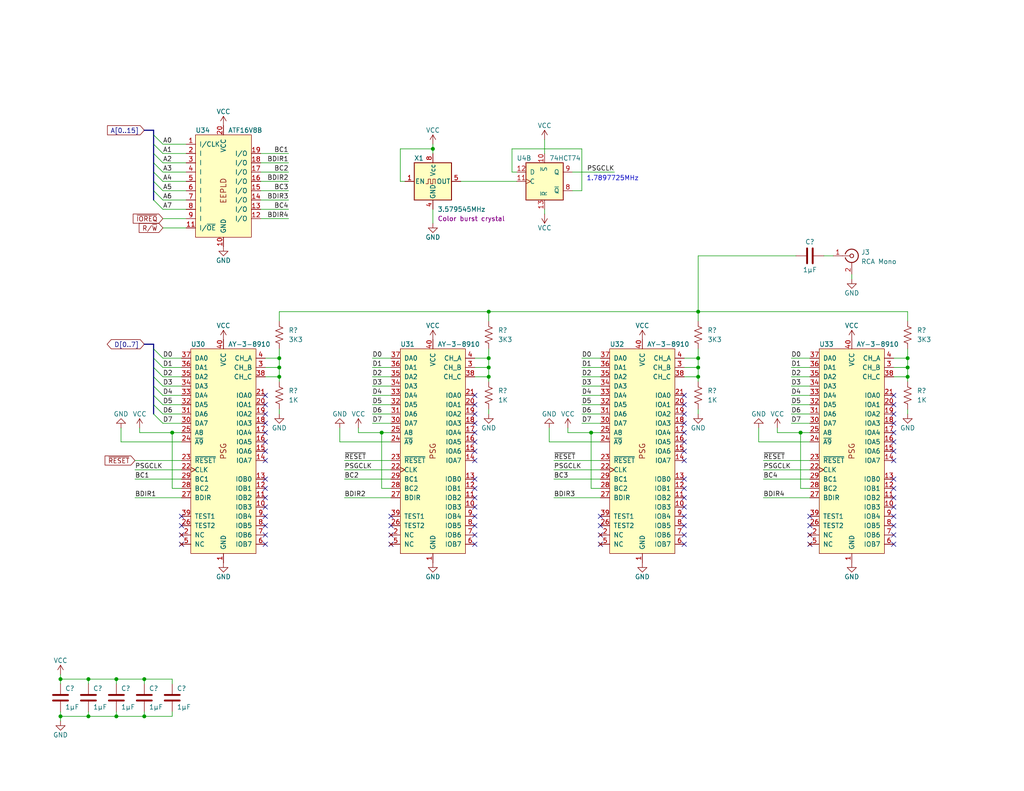
<source format=kicad_sch>
(kicad_sch (version 20230121) (generator eeschema)
  (paper "USLetter")
  (title_block (title "Programmable Sound Generator (PSG)") (date "2024-03-24") (rev "1.0") (company "Frédéric Segard") (comment 1 "MicroHobbyist's Retro Homebrew Computers") (comment 2 "microhobbyist.com"))
  (lib_symbols
    (symbol "0_Library:ATF16V8B" (pin_names (offset 1.016))
      (property "Reference" "U" (at -7.62 0 0))
      (property "Value" "ATF16V8B" (at 1.27 0 0))
      (symbol "ATF16V8B_0_0"
        (text "EEPLD" (at 0 -16.51 900) (effects (font (size 1.4986 1.4986))))
      )
      (symbol "ATF16V8B_0_1"
        (rectangle (start -7.62 -1.27) (end 7.62 -29.21) (fill (type background)))
      )
      (symbol "ATF16V8B_1_1"
        (pin input line (at -10.16 -3.81 0) (length 2.54) (name "I/CLK") (number "1"))
        (pin power_in line (at 0 -31.75 90) (length 2.54) (name "GND") (number "10"))
        (pin input line (at -10.16 -26.67 0) (length 2.54) (name "I/~{OE}") (number "11"))
        (pin bidirectional line (at 10.16 -24.13 180) (length 2.54) (name "I/O") (number "12"))
        (pin bidirectional line (at 10.16 -21.59 180) (length 2.54) (name "I/O") (number "13"))
        (pin bidirectional line (at 10.16 -19.05 180) (length 2.54) (name "I/O") (number "14"))
        (pin bidirectional line (at 10.16 -16.51 180) (length 2.54) (name "I/O") (number "15"))
        (pin bidirectional line (at 10.16 -13.97 180) (length 2.54) (name "I/O") (number "16"))
        (pin bidirectional line (at 10.16 -11.43 180) (length 2.54) (name "I/O") (number "17"))
        (pin bidirectional line (at 10.16 -8.89 180) (length 2.54) (name "I/O") (number "18"))
        (pin bidirectional line (at 10.16 -6.35 180) (length 2.54) (name "I/O") (number "19"))
        (pin input line (at -10.16 -6.35 0) (length 2.54) (name "I") (number "2"))
        (pin power_in line (at 0 1.27 270) (length 2.54) (name "VCC") (number "20"))
        (pin input line (at -10.16 -8.89 0) (length 2.54) (name "I") (number "3"))
        (pin input line (at -10.16 -11.43 0) (length 2.54) (name "I") (number "4"))
        (pin input line (at -10.16 -13.97 0) (length 2.54) (name "I") (number "5"))
        (pin input line (at -10.16 -16.51 0) (length 2.54) (name "I") (number "6"))
        (pin input line (at -10.16 -19.05 0) (length 2.54) (name "I") (number "7"))
        (pin input line (at -10.16 -21.59 0) (length 2.54) (name "I") (number "8"))
        (pin input line (at -10.16 -24.13 0) (length 2.54) (name "I") (number "9"))
      )
    )
    (symbol "0_Library:AY-3-8910" (pin_names (offset 1.016))
      (property "Reference" "U" (at 1.27 2.54 0))
      (property "Value" "AY-3-8910" (at 1.27 0 0))
      (symbol "AY-3-8910_0_0"
        (text "PSG" (at 0 -29.21 900) (effects (font (size 1.4986 1.4986))))
      )
      (symbol "AY-3-8910_0_1"
        (rectangle (start -8.89 -1.27) (end 8.89 -57.15) (fill (type background)))
      )
      (symbol "AY-3-8910_1_1"
        (pin power_in line (at 0 -59.69 90) (length 2.54) (name "GND") (number "1"))
        (pin bidirectional line (at 11.43 -44.45 180) (length 2.54) (name "IOB3") (number "10"))
        (pin bidirectional line (at 11.43 -41.91 180) (length 2.54) (name "IOB2") (number "11"))
        (pin bidirectional line (at 11.43 -39.37 180) (length 2.54) (name "IOB1") (number "12"))
        (pin bidirectional line (at 11.43 -36.83 180) (length 2.54) (name "IOB0") (number "13"))
        (pin bidirectional line (at 11.43 -31.75 180) (length 2.54) (name "IOA7") (number "14"))
        (pin bidirectional line (at 11.43 -29.21 180) (length 2.54) (name "IOA6") (number "15"))
        (pin bidirectional line (at 11.43 -26.67 180) (length 2.54) (name "IOA5") (number "16"))
        (pin bidirectional line (at 11.43 -24.13 180) (length 2.54) (name "IOA4") (number "17"))
        (pin bidirectional line (at 11.43 -21.59 180) (length 2.54) (name "IOA3") (number "18"))
        (pin bidirectional line (at 11.43 -19.05 180) (length 2.54) (name "IOA2") (number "19"))
        (pin no_connect line (at -11.43 -52.07 0) (length 2.54) (name "NC") (number "2"))
        (pin bidirectional line (at 11.43 -16.51 180) (length 2.54) (name "IOA1") (number "20"))
        (pin bidirectional line (at 11.43 -13.97 180) (length 2.54) (name "IOA0") (number "21"))
        (pin input clock (at -11.43 -34.29 0) (length 2.54) (name "CLK") (number "22"))
        (pin input line (at -11.43 -31.75 0) (length 2.54) (name "~{RESET}") (number "23"))
        (pin input line (at -11.43 -26.67 0) (length 2.54) (name "~{A9}") (number "24"))
        (pin input line (at -11.43 -24.13 0) (length 2.54) (name "A8") (number "25"))
        (pin unspecified line (at -11.43 -49.53 0) (length 2.54) (name "TEST2") (number "26"))
        (pin input line (at -11.43 -41.91 0) (length 2.54) (name "BDIR") (number "27"))
        (pin input line (at -11.43 -39.37 0) (length 2.54) (name "BC2") (number "28"))
        (pin input line (at -11.43 -36.83 0) (length 2.54) (name "BC1") (number "29"))
        (pin passive line (at 11.43 -6.35 180) (length 2.54) (name "CH_B") (number "3"))
        (pin bidirectional line (at -11.43 -21.59 0) (length 2.54) (name "DA7") (number "30"))
        (pin bidirectional line (at -11.43 -19.05 0) (length 2.54) (name "DA6") (number "31"))
        (pin bidirectional line (at -11.43 -16.51 0) (length 2.54) (name "DA5") (number "32"))
        (pin bidirectional line (at -11.43 -13.97 0) (length 2.54) (name "DA4") (number "33"))
        (pin bidirectional line (at -11.43 -11.43 0) (length 2.54) (name "DA3") (number "34"))
        (pin bidirectional line (at -11.43 -8.89 0) (length 2.54) (name "DA2") (number "35"))
        (pin bidirectional line (at -11.43 -6.35 0) (length 2.54) (name "DA1") (number "36"))
        (pin bidirectional line (at -11.43 -3.81 0) (length 2.54) (name "DA0") (number "37"))
        (pin passive line (at 11.43 -8.89 180) (length 2.54) (name "CH_C") (number "38"))
        (pin unspecified line (at -11.43 -46.99 0) (length 2.54) (name "TEST1") (number "39"))
        (pin passive line (at 11.43 -3.81 180) (length 2.54) (name "CH_A") (number "4"))
        (pin power_in line (at 0 1.27 270) (length 2.54) (name "VCC") (number "40"))
        (pin no_connect line (at -11.43 -54.61 0) (length 2.54) (name "NC") (number "5"))
        (pin bidirectional line (at 11.43 -54.61 180) (length 2.54) (name "IOB7") (number "6"))
        (pin bidirectional line (at 11.43 -52.07 180) (length 2.54) (name "IOB6") (number "7"))
        (pin bidirectional line (at 11.43 -49.53 180) (length 2.54) (name "IOB5") (number "8"))
        (pin bidirectional line (at 11.43 -46.99 180) (length 2.54) (name "IOB4") (number "9"))
      )
    )
    (symbol "74xx:74HC74" (pin_names (offset 1.016))
      (property "Reference" "U" (at -7.62 8.89 0))
      (property "Value" "74HC74" (at -7.62 -8.89 0))
      (symbol "74HC74_1_0"
        (pin input line (at 0 -7.62 90) (length 2.54) (name "~{R}") (number "1"))
        (pin input line (at -7.62 2.54 0) (length 2.54) (name "D") (number "2"))
        (pin input clock (at -7.62 0 0) (length 2.54) (name "C") (number "3"))
        (pin input line (at 0 7.62 270) (length 2.54) (name "~{S}") (number "4"))
        (pin output line (at 7.62 2.54 180) (length 2.54) (name "Q") (number "5"))
        (pin output line (at 7.62 -2.54 180) (length 2.54) (name "~{Q}") (number "6"))
      )
      (symbol "74HC74_1_1"
        (rectangle (start -5.08 5.08) (end 5.08 -5.08) (stroke (width 0.254)) (fill (type background)))
      )
      (symbol "74HC74_2_0"
        (pin input line (at 0 7.62 270) (length 2.54) (name "~{S}") (number "10"))
        (pin input clock (at -7.62 0 0) (length 2.54) (name "C") (number "11"))
        (pin input line (at -7.62 2.54 0) (length 2.54) (name "D") (number "12"))
        (pin input line (at 0 -7.62 90) (length 2.54) (name "~{R}") (number "13"))
        (pin output line (at 7.62 -2.54 180) (length 2.54) (name "~{Q}") (number "8"))
        (pin output line (at 7.62 2.54 180) (length 2.54) (name "Q") (number "9"))
      )
      (symbol "74HC74_2_1"
        (rectangle (start -5.08 5.08) (end 5.08 -5.08) (stroke (width 0.254)) (fill (type background)))
      )
      (symbol "74HC74_3_0"
        (pin power_in line (at 0 10.16 270) (length 2.54) (name "VCC") (number "14"))
        (pin power_in line (at 0 -10.16 90) (length 2.54) (name "GND") (number "7"))
      )
      (symbol "74HC74_3_1"
        (rectangle (start -5.08 7.62) (end 5.08 -7.62) (stroke (width 0.254)) (fill (type background)))
      )
    )
    (symbol "Connector:Conn_Coaxial" (pin_names (offset 1.016) hide)
      (property "Reference" "J" (at 0.254 3.048 0))
      (property "Value" "Conn_Coaxial" (at 2.921 0 90))
      (symbol "Conn_Coaxial_0_1"
        (arc (start -1.778 -0.508) (mid 0.2311 -1.8066) (end 1.778 0) (stroke (width 0.254)))
        (polyline (pts (xy -2.54 0) (xy -0.508 0)))
        (polyline (pts (xy 0 -2.54) (xy 0 -1.778)))
        (circle (center 0 0) (radius 0.508) (stroke (width 0.2032)))
        (arc (start 1.778 0) (mid 0.2099 1.8101) (end -1.778 0.508) (stroke (width 0.254)))
      )
      (symbol "Conn_Coaxial_1_1"
        (pin passive line (at -5.08 0 0) (length 2.54) (name "In") (number "1"))
        (pin passive line (at 0 -5.08 90) (length 2.54) (name "Ext") (number "2"))
      )
    )
    (symbol "Device:C" (pin_numbers hide) (pin_names (offset 0.254))
      (property "Reference" "C" (at 0.635 2.54 0))
      (property "Value" "C" (at 0.635 -2.54 0))
      (symbol "C_0_1"
        (polyline (pts (xy -2.032 -0.762) (xy 2.032 -0.762)) (stroke (width 0.508)))
        (polyline (pts (xy -2.032 0.762) (xy 2.032 0.762)) (stroke (width 0.508)))
      )
      (symbol "C_1_1"
        (pin passive line (at 0 3.81 270) (length 2.794) (name "~") (number "1"))
        (pin passive line (at 0 -3.81 90) (length 2.794) (name "~") (number "2"))
      )
    )
    (symbol "Device:R_US" (pin_numbers hide) (pin_names (offset 0))
      (property "Reference" "R" (at 2.54 0 90))
      (property "Value" "R_US" (at -2.54 0 90))
      (symbol "R_US_0_1"
        (polyline (pts (xy 0 -2.286) (xy 0 -2.54)))
        (polyline (pts (xy 0 2.286) (xy 0 2.54)))
        (polyline (pts (xy 0 -0.762) (xy 1.016 -1.143) (xy 0 -1.524) (xy -1.016 -1.905) (xy 0 -2.286)))
        (polyline (pts (xy 0 0.762) (xy 1.016 0.381) (xy 0 0) (xy -1.016 -0.381) (xy 0 -0.762)))
        (polyline (pts (xy 0 2.286) (xy 1.016 1.905) (xy 0 1.524) (xy -1.016 1.143) (xy 0 0.762)))
      )
      (symbol "R_US_1_1"
        (pin passive line (at 0 3.81 270) (length 1.27) (name "~") (number "1"))
        (pin passive line (at 0 -3.81 90) (length 1.27) (name "~") (number "2"))
      )
    )
    (symbol "Oscillator:CXO_DIP8" (pin_names (offset 0.254))
      (property "Reference" "X" (at -5.08 6.35 0))
      (property "Value" "CXO_DIP8" (at 1.27 -6.35 0))
      (symbol "CXO_DIP8_0_1"
        (rectangle (start -5.08 5.08) (end 5.08 -5.08) (stroke (width 0.254)) (fill (type background)))
        (polyline (pts (xy -1.905 -0.635) (xy -1.27 -0.635) (xy -1.27 0.635) (xy -0.635 0.635) (xy -0.635 -0.635) (xy 0 -0.635) (xy 0 0.635) (xy 0.635 0.635) (xy 0.635 -0.635)))
      )
      (symbol "CXO_DIP8_1_1"
        (pin input line (at -7.62 0 0) (length 2.54) (name "EN") (number "1"))
        (pin power_in line (at 0 -7.62 90) (length 2.54) (name "GND") (number "4"))
        (pin output line (at 7.62 0 180) (length 2.54) (name "OUT") (number "5"))
        (pin power_in line (at 0 7.62 270) (length 2.54) (name "Vcc") (number "8"))
      )
    )
    (symbol "power:GND" (power) (pin_names (offset 0))
      (property "Value" "GND" (at 0 -3.81 0))
      (symbol "GND_0_1"
        (polyline (pts (xy 0 0) (xy 0 -1.27) (xy 1.27 -1.27) (xy 0 -2.54) (xy -1.27 -1.27) (xy 0 -1.27)))
      )
      (symbol "GND_1_1"
        (pin power_in line (at 0 0 270) (length 0) hide (name "GND") (number "1"))
      )
    )
    (symbol "power:VCC" (power) (pin_names (offset 0))
      (property "Value" "VCC" (at 0 3.81 0))
      (symbol "VCC_0_1"
        (polyline (pts (xy -0.762 1.27) (xy 0 2.54)))
        (polyline (pts (xy 0 0) (xy 0 2.54)))
        (polyline (pts (xy 0 2.54) (xy 0.762 1.27)))
      )
      (symbol "VCC_1_1"
        (pin power_in line (at 0 0 90) (length 0) hide (name "VCC") (number "1"))
      )
    )
  )
  (junction (at 133.35 102.87))
  (junction (at 31.75 185.42))
  (junction (at 76.2 102.87))
  (junction (at 104.14 118.11))
  (junction (at 133.35 97.79))
  (junction (at 133.35 100.33))
  (junction (at 76.2 97.79))
  (junction (at 133.35 85.09))
  (junction (at 39.37 185.42))
  (junction (at 31.75 195.58))
  (junction (at 16.51 185.42))
  (junction (at 190.5 100.33))
  (junction (at 161.29 118.11))
  (junction (at 24.13 185.42))
  (junction (at 247.65 102.87))
  (junction (at 190.5 97.79))
  (junction (at 39.37 195.58))
  (junction (at 247.65 97.79))
  (junction (at 190.5 85.09))
  (junction (at 24.13 195.58))
  (junction (at 76.2 100.33))
  (junction (at 247.65 100.33))
  (junction (at 118.11 40.64))
  (junction (at 190.5 102.87))
  (junction (at 46.99 118.11))
  (junction (at 16.51 195.58))
  (junction (at 218.44 118.11))
  (no_connect (at 220.98 140.97))
  (no_connect (at 243.84 123.19))
  (no_connect (at 49.53 140.97))
  (no_connect (at 243.84 118.11))
  (no_connect (at 72.39 130.81))
  (no_connect (at 186.69 125.73))
  (no_connect (at 106.68 143.51))
  (no_connect (at 129.54 123.19))
  (no_connect (at 186.69 110.49))
  (no_connect (at 186.69 148.59))
  (no_connect (at 129.54 143.51))
  (no_connect (at 186.69 146.05))
  (no_connect (at 163.83 146.05))
  (no_connect (at 163.83 140.97))
  (no_connect (at 186.69 130.81))
  (no_connect (at 49.53 148.59))
  (no_connect (at 129.54 107.95))
  (no_connect (at 72.39 135.89))
  (no_connect (at 186.69 133.35))
  (no_connect (at 186.69 138.43))
  (no_connect (at 72.39 138.43))
  (no_connect (at 243.84 120.65))
  (no_connect (at 106.68 140.97))
  (no_connect (at 186.69 118.11))
  (no_connect (at 72.39 125.73))
  (no_connect (at 129.54 130.81))
  (no_connect (at 163.83 148.59))
  (no_connect (at 243.84 113.03))
  (no_connect (at 243.84 135.89))
  (no_connect (at 243.84 148.59))
  (no_connect (at 163.83 143.51))
  (no_connect (at 49.53 143.51))
  (no_connect (at 72.39 140.97))
  (no_connect (at 186.69 120.65))
  (no_connect (at 129.54 125.73))
  (no_connect (at 49.53 146.05))
  (no_connect (at 243.84 130.81))
  (no_connect (at 243.84 143.51))
  (no_connect (at 243.84 146.05))
  (no_connect (at 186.69 123.19))
  (no_connect (at 129.54 115.57))
  (no_connect (at 186.69 143.51))
  (no_connect (at 129.54 133.35))
  (no_connect (at 186.69 135.89))
  (no_connect (at 186.69 107.95))
  (no_connect (at 129.54 118.11))
  (no_connect (at 72.39 113.03))
  (no_connect (at 186.69 115.57))
  (no_connect (at 220.98 143.51))
  (no_connect (at 106.68 146.05))
  (no_connect (at 186.69 140.97))
  (no_connect (at 220.98 146.05))
  (no_connect (at 243.84 140.97))
  (no_connect (at 129.54 113.03))
  (no_connect (at 72.39 107.95))
  (no_connect (at 72.39 143.51))
  (no_connect (at 129.54 148.59))
  (no_connect (at 72.39 148.59))
  (no_connect (at 243.84 133.35))
  (no_connect (at 72.39 123.19))
  (no_connect (at 243.84 107.95))
  (no_connect (at 243.84 115.57))
  (no_connect (at 129.54 138.43))
  (no_connect (at 129.54 135.89))
  (no_connect (at 106.68 148.59))
  (no_connect (at 72.39 146.05))
  (no_connect (at 129.54 120.65))
  (no_connect (at 72.39 120.65))
  (no_connect (at 243.84 138.43))
  (no_connect (at 186.69 113.03))
  (no_connect (at 220.98 148.59))
  (no_connect (at 72.39 118.11))
  (no_connect (at 129.54 110.49))
  (no_connect (at 72.39 115.57))
  (no_connect (at 72.39 110.49))
  (no_connect (at 129.54 146.05))
  (no_connect (at 243.84 125.73))
  (no_connect (at 129.54 140.97))
  (no_connect (at 243.84 110.49))
  (no_connect (at 72.39 133.35))
  (bus_entry (at 41.91 110.49) (size 2.54 2.54))
  (bus_entry (at 41.91 107.95) (size 2.54 2.54))
  (bus_entry (at 41.91 49.53) (size 2.54 2.54))
  (bus_entry (at 41.91 52.07) (size 2.54 2.54))
  (bus_entry (at 41.91 97.79) (size 2.54 2.54))
  (bus_entry (at 41.91 46.99) (size 2.54 2.54))
  (bus_entry (at 41.91 102.87) (size 2.54 2.54))
  (bus_entry (at 41.91 105.41) (size 2.54 2.54))
  (bus_entry (at 41.91 39.37) (size 2.54 2.54))
  (bus_entry (at 41.91 100.33) (size 2.54 2.54))
  (bus_entry (at 41.91 113.03) (size 2.54 2.54))
  (bus_entry (at 41.91 44.45) (size 2.54 2.54))
  (bus_entry (at 41.91 95.25) (size 2.54 2.54))
  (bus_entry (at 41.91 41.91) (size 2.54 2.54))
  (bus_entry (at 41.91 36.83) (size 2.54 2.54))
  (bus_entry (at 41.91 54.61) (size 2.54 2.54))
  (wire (pts (xy 247.65 102.87) (xy 247.65 100.33)))
  (wire (pts (xy 71.12 46.99) (xy 78.74 46.99)))
  (wire (pts (xy 186.69 102.87) (xy 190.5 102.87)))
  (wire (pts (xy 129.54 97.79) (xy 133.35 97.79)))
  (wire (pts (xy 101.6 110.49) (xy 106.68 110.49)))
  (wire (pts (xy 158.75 110.49) (xy 163.83 110.49)))
  (wire (pts (xy 104.14 133.35) (xy 106.68 133.35)))
  (wire (pts (xy 224.79 69.85) (xy 227.33 69.85)))
  (wire (pts (xy 76.2 111.76) (xy 76.2 113.03)))
  (wire (pts (xy 129.54 100.33) (xy 133.35 100.33)))
  (wire (pts (xy 71.12 49.53) (xy 78.74 49.53)))
  (wire (pts (xy 44.45 57.15) (xy 50.8 57.15)))
  (wire (pts (xy 31.75 185.42) (xy 24.13 185.42)))
  (wire (pts (xy 36.83 128.27) (xy 49.53 128.27)))
  (wire (pts (xy 39.37 194.31) (xy 39.37 195.58)))
  (wire (pts (xy 109.22 40.64) (xy 118.11 40.64)))
  (wire (pts (xy 44.45 105.41) (xy 49.53 105.41)))
  (wire (pts (xy 190.5 85.09) (xy 133.35 85.09)))
  (wire (pts (xy 44.45 102.87) (xy 49.53 102.87)))
  (wire (pts (xy 71.12 54.61) (xy 78.74 54.61)))
  (wire (pts (xy 215.9 97.79) (xy 220.98 97.79)))
  (wire (pts (xy 110.49 49.53) (xy 109.22 49.53)))
  (wire (pts (xy 151.13 128.27) (xy 163.83 128.27)))
  (bus (pts (xy 41.91 105.41) (xy 41.91 102.87)))
  (wire (pts (xy 36.83 125.73) (xy 49.53 125.73)))
  (wire (pts (xy 72.39 100.33) (xy 76.2 100.33)))
  (bus (pts (xy 41.91 102.87) (xy 41.91 100.33)))
  (bus (pts (xy 41.91 46.99) (xy 41.91 44.45)))
  (wire (pts (xy 156.21 46.99) (xy 167.64 46.99)))
  (bus (pts (xy 41.91 113.03) (xy 41.91 110.49)))
  (wire (pts (xy 158.75 40.64) (xy 139.7 40.64)))
  (wire (pts (xy 158.75 107.95) (xy 163.83 107.95)))
  (wire (pts (xy 215.9 110.49) (xy 220.98 110.49)))
  (wire (pts (xy 208.28 128.27) (xy 220.98 128.27)))
  (wire (pts (xy 186.69 100.33) (xy 190.5 100.33)))
  (wire (pts (xy 215.9 115.57) (xy 220.98 115.57)))
  (wire (pts (xy 31.75 195.58) (xy 24.13 195.58)))
  (wire (pts (xy 76.2 102.87) (xy 76.2 100.33)))
  (wire (pts (xy 16.51 184.15) (xy 16.51 185.42)))
  (wire (pts (xy 104.14 118.11) (xy 97.79 118.11)))
  (wire (pts (xy 93.98 135.89) (xy 106.68 135.89)))
  (wire (pts (xy 247.65 100.33) (xy 247.65 97.79)))
  (wire (pts (xy 71.12 57.15) (xy 78.74 57.15)))
  (wire (pts (xy 149.86 116.84) (xy 149.86 120.65)))
  (bus (pts (xy 41.91 107.95) (xy 41.91 105.41)))
  (wire (pts (xy 220.98 118.11) (xy 218.44 118.11)))
  (wire (pts (xy 158.75 97.79) (xy 163.83 97.79)))
  (wire (pts (xy 46.99 118.11) (xy 46.99 133.35)))
  (wire (pts (xy 76.2 85.09) (xy 133.35 85.09)))
  (wire (pts (xy 158.75 105.41) (xy 163.83 105.41)))
  (wire (pts (xy 190.5 95.25) (xy 190.5 97.79)))
  (wire (pts (xy 215.9 107.95) (xy 220.98 107.95)))
  (wire (pts (xy 71.12 41.91) (xy 78.74 41.91)))
  (wire (pts (xy 215.9 100.33) (xy 220.98 100.33)))
  (wire (pts (xy 151.13 130.81) (xy 163.83 130.81)))
  (wire (pts (xy 39.37 185.42) (xy 31.75 185.42)))
  (wire (pts (xy 158.75 52.07) (xy 158.75 40.64)))
  (wire (pts (xy 93.98 128.27) (xy 106.68 128.27)))
  (wire (pts (xy 133.35 102.87) (xy 133.35 104.14)))
  (wire (pts (xy 44.45 115.57) (xy 49.53 115.57)))
  (wire (pts (xy 243.84 100.33) (xy 247.65 100.33)))
  (wire (pts (xy 190.5 102.87) (xy 190.5 104.14)))
  (wire (pts (xy 186.69 97.79) (xy 190.5 97.79)))
  (wire (pts (xy 109.22 49.53) (xy 109.22 40.64)))
  (wire (pts (xy 71.12 52.07) (xy 78.74 52.07)))
  (wire (pts (xy 243.84 97.79) (xy 247.65 97.79)))
  (wire (pts (xy 190.5 87.63) (xy 190.5 85.09)))
  (wire (pts (xy 101.6 102.87) (xy 106.68 102.87)))
  (wire (pts (xy 46.99 195.58) (xy 39.37 195.58)))
  (wire (pts (xy 247.65 102.87) (xy 247.65 104.14)))
  (wire (pts (xy 148.59 38.1) (xy 148.59 41.91)))
  (wire (pts (xy 218.44 118.11) (xy 212.09 118.11)))
  (wire (pts (xy 76.2 87.63) (xy 76.2 85.09)))
  (wire (pts (xy 101.6 97.79) (xy 106.68 97.79)))
  (wire (pts (xy 158.75 102.87) (xy 163.83 102.87)))
  (wire (pts (xy 44.45 41.91) (xy 50.8 41.91)))
  (wire (pts (xy 44.45 39.37) (xy 50.8 39.37)))
  (bus (pts (xy 39.37 93.98) (xy 41.91 93.98)))
  (wire (pts (xy 38.1 116.84) (xy 38.1 118.11)))
  (wire (pts (xy 151.13 125.73) (xy 163.83 125.73)))
  (wire (pts (xy 247.65 87.63) (xy 247.65 85.09)))
  (wire (pts (xy 44.45 100.33) (xy 49.53 100.33)))
  (bus (pts (xy 41.91 39.37) (xy 41.91 36.83)))
  (wire (pts (xy 154.94 116.84) (xy 154.94 118.11)))
  (wire (pts (xy 44.45 62.23) (xy 50.8 62.23)))
  (bus (pts (xy 41.91 44.45) (xy 41.91 41.91)))
  (wire (pts (xy 72.39 102.87) (xy 76.2 102.87)))
  (wire (pts (xy 39.37 185.42) (xy 39.37 186.69)))
  (wire (pts (xy 44.45 107.95) (xy 49.53 107.95)))
  (wire (pts (xy 156.21 52.07) (xy 158.75 52.07)))
  (wire (pts (xy 92.71 120.65) (xy 106.68 120.65)))
  (wire (pts (xy 118.11 39.37) (xy 118.11 40.64)))
  (wire (pts (xy 71.12 59.69) (xy 78.74 59.69)))
  (wire (pts (xy 215.9 105.41) (xy 220.98 105.41)))
  (wire (pts (xy 101.6 105.41) (xy 106.68 105.41)))
  (wire (pts (xy 140.97 49.53) (xy 125.73 49.53)))
  (wire (pts (xy 232.41 76.2) (xy 232.41 74.93)))
  (wire (pts (xy 139.7 40.64) (xy 139.7 46.99)))
  (wire (pts (xy 133.35 111.76) (xy 133.35 113.03)))
  (wire (pts (xy 218.44 118.11) (xy 218.44 133.35)))
  (wire (pts (xy 161.29 133.35) (xy 163.83 133.35)))
  (wire (pts (xy 16.51 195.58) (xy 16.51 196.85)))
  (wire (pts (xy 133.35 100.33) (xy 133.35 97.79)))
  (wire (pts (xy 44.45 97.79) (xy 49.53 97.79)))
  (wire (pts (xy 101.6 113.03) (xy 106.68 113.03)))
  (wire (pts (xy 118.11 60.96) (xy 118.11 57.15)))
  (wire (pts (xy 46.99 118.11) (xy 38.1 118.11)))
  (wire (pts (xy 49.53 118.11) (xy 46.99 118.11)))
  (bus (pts (xy 41.91 52.07) (xy 41.91 49.53)))
  (bus (pts (xy 41.91 110.49) (xy 41.91 107.95)))
  (wire (pts (xy 44.45 44.45) (xy 50.8 44.45)))
  (wire (pts (xy 93.98 130.81) (xy 106.68 130.81)))
  (wire (pts (xy 44.45 113.03) (xy 49.53 113.03)))
  (wire (pts (xy 101.6 107.95) (xy 106.68 107.95)))
  (wire (pts (xy 33.02 116.84) (xy 33.02 120.65)))
  (wire (pts (xy 31.75 194.31) (xy 31.75 195.58)))
  (wire (pts (xy 44.45 46.99) (xy 50.8 46.99)))
  (wire (pts (xy 44.45 110.49) (xy 49.53 110.49)))
  (wire (pts (xy 76.2 95.25) (xy 76.2 97.79)))
  (wire (pts (xy 139.7 46.99) (xy 140.97 46.99)))
  (wire (pts (xy 217.17 69.85) (xy 190.5 69.85)))
  (bus (pts (xy 41.91 36.83) (xy 41.91 35.56)))
  (bus (pts (xy 41.91 95.25) (xy 41.91 93.98)))
  (wire (pts (xy 118.11 40.64) (xy 118.11 41.91)))
  (wire (pts (xy 208.28 125.73) (xy 220.98 125.73)))
  (wire (pts (xy 31.75 185.42) (xy 31.75 186.69)))
  (wire (pts (xy 247.65 85.09) (xy 190.5 85.09)))
  (wire (pts (xy 16.51 185.42) (xy 16.51 186.69)))
  (wire (pts (xy 24.13 195.58) (xy 16.51 195.58)))
  (wire (pts (xy 218.44 133.35) (xy 220.98 133.35)))
  (wire (pts (xy 44.45 54.61) (xy 50.8 54.61)))
  (wire (pts (xy 133.35 95.25) (xy 133.35 97.79)))
  (wire (pts (xy 72.39 97.79) (xy 76.2 97.79)))
  (wire (pts (xy 247.65 111.76) (xy 247.65 113.03)))
  (wire (pts (xy 24.13 185.42) (xy 24.13 186.69)))
  (wire (pts (xy 46.99 185.42) (xy 39.37 185.42)))
  (wire (pts (xy 46.99 194.31) (xy 46.99 195.58)))
  (wire (pts (xy 24.13 185.42) (xy 16.51 185.42)))
  (wire (pts (xy 158.75 100.33) (xy 163.83 100.33)))
  (wire (pts (xy 36.83 130.81) (xy 49.53 130.81)))
  (wire (pts (xy 33.02 120.65) (xy 49.53 120.65)))
  (wire (pts (xy 149.86 120.65) (xy 163.83 120.65)))
  (wire (pts (xy 16.51 194.31) (xy 16.51 195.58)))
  (wire (pts (xy 104.14 118.11) (xy 104.14 133.35)))
  (bus (pts (xy 39.37 35.56) (xy 41.91 35.56)))
  (wire (pts (xy 46.99 133.35) (xy 49.53 133.35)))
  (wire (pts (xy 101.6 115.57) (xy 106.68 115.57)))
  (wire (pts (xy 190.5 100.33) (xy 190.5 97.79)))
  (wire (pts (xy 243.84 102.87) (xy 247.65 102.87)))
  (wire (pts (xy 101.6 100.33) (xy 106.68 100.33)))
  (wire (pts (xy 97.79 116.84) (xy 97.79 118.11)))
  (bus (pts (xy 41.91 97.79) (xy 41.91 95.25)))
  (wire (pts (xy 207.01 120.65) (xy 220.98 120.65)))
  (bus (pts (xy 41.91 41.91) (xy 41.91 39.37)))
  (wire (pts (xy 163.83 118.11) (xy 161.29 118.11)))
  (wire (pts (xy 93.98 125.73) (xy 106.68 125.73)))
  (wire (pts (xy 215.9 102.87) (xy 220.98 102.87)))
  (bus (pts (xy 41.91 54.61) (xy 41.91 52.07)))
  (wire (pts (xy 190.5 69.85) (xy 190.5 85.09)))
  (bus (pts (xy 41.91 100.33) (xy 41.91 97.79)))
  (wire (pts (xy 148.59 57.15) (xy 148.59 58.42)))
  (wire (pts (xy 106.68 118.11) (xy 104.14 118.11)))
  (wire (pts (xy 133.35 102.87) (xy 133.35 100.33)))
  (wire (pts (xy 44.45 49.53) (xy 50.8 49.53)))
  (wire (pts (xy 158.75 113.03) (xy 163.83 113.03)))
  (wire (pts (xy 207.01 116.84) (xy 207.01 120.65)))
  (wire (pts (xy 71.12 44.45) (xy 78.74 44.45)))
  (wire (pts (xy 208.28 135.89) (xy 220.98 135.89)))
  (wire (pts (xy 129.54 102.87) (xy 133.35 102.87)))
  (wire (pts (xy 76.2 102.87) (xy 76.2 104.14)))
  (wire (pts (xy 44.45 59.69) (xy 50.8 59.69)))
  (wire (pts (xy 190.5 102.87) (xy 190.5 100.33)))
  (wire (pts (xy 158.75 115.57) (xy 163.83 115.57)))
  (wire (pts (xy 247.65 95.25) (xy 247.65 97.79)))
  (wire (pts (xy 39.37 195.58) (xy 31.75 195.58)))
  (bus (pts (xy 41.91 49.53) (xy 41.91 46.99)))
  (wire (pts (xy 92.71 116.84) (xy 92.71 120.65)))
  (wire (pts (xy 133.35 85.09) (xy 133.35 87.63)))
  (wire (pts (xy 24.13 194.31) (xy 24.13 195.58)))
  (wire (pts (xy 215.9 113.03) (xy 220.98 113.03)))
  (wire (pts (xy 161.29 118.11) (xy 161.29 133.35)))
  (wire (pts (xy 76.2 100.33) (xy 76.2 97.79)))
  (wire (pts (xy 190.5 111.76) (xy 190.5 113.03)))
  (wire (pts (xy 151.13 135.89) (xy 163.83 135.89)))
  (wire (pts (xy 208.28 130.81) (xy 220.98 130.81)))
  (wire (pts (xy 36.83 135.89) (xy 49.53 135.89)))
  (wire (pts (xy 46.99 185.42) (xy 46.99 186.69)))
  (wire (pts (xy 161.29 118.11) (xy 154.94 118.11)))
  (wire (pts (xy 44.45 52.07) (xy 50.8 52.07)))
  (wire (pts (xy 212.09 116.84) (xy 212.09 118.11)))
  (text "1.7897725MHz" (at 160.02 49.53 0) (effects (font (size 1.27 1.27)) (justify left bottom)))
  (label "BDIR2" (at 93.98 135.89 0))
  (label "A2" (at 44.45 44.45 0))
  (label "D3" (at 158.75 105.41 0))
  (label "D5" (at 215.9 110.49 0))
  (label "D4" (at 44.45 107.95 0))
  (label "A3" (at 44.45 46.99 0))
  (label "D3" (at 101.6 105.41 0))
  (label "D2" (at 44.45 102.87 0))
  (label "D0" (at 101.6 97.79 0))
  (label "~{RESET}" (at 151.13 125.73 0))
  (label "D6" (at 158.75 113.03 0))
  (label "D0" (at 215.9 97.79 0))
  (label "D6" (at 44.45 113.03 0))
  (label "PSGCLK" (at 36.83 128.27 0))
  (label "D1" (at 215.9 100.33 0))
  (label "BDIR2" (at 78.74 49.53 180))
  (label "BDIR1" (at 36.83 135.89 0))
  (label "D3" (at 44.45 105.41 0))
  (label "D1" (at 101.6 100.33 0))
  (label "BC1" (at 78.74 41.91 180))
  (label "PSGCLK" (at 93.98 128.27 0))
  (label "D3" (at 215.9 105.41 0))
  (label "BDIR1" (at 78.74 44.45 180))
  (label "PSGCLK" (at 167.64 46.99 180))
  (label "PSGCLK" (at 208.28 128.27 0))
  (label "D0" (at 44.45 97.79 0))
  (label "D2" (at 215.9 102.87 0))
  (label "A5" (at 44.45 52.07 0))
  (label "BDIR3" (at 151.13 135.89 0))
  (label "D7" (at 101.6 115.57 0))
  (label "D7" (at 44.45 115.57 0))
  (label "PSGCLK" (at 151.13 128.27 0))
  (label "D2" (at 101.6 102.87 0))
  (label "BC1" (at 36.83 130.81 0))
  (label "BC2" (at 93.98 130.81 0))
  (label "~{RESET}" (at 93.98 125.73 0))
  (label "D2" (at 158.75 102.87 0))
  (label "D4" (at 158.75 107.95 0))
  (label "BC3" (at 78.74 52.07 180))
  (label "A0" (at 44.45 39.37 0))
  (label "BDIR3" (at 78.74 54.61 180))
  (label "D6" (at 101.6 113.03 0))
  (label "A1" (at 44.45 41.91 0))
  (label "BC4" (at 78.74 57.15 180))
  (label "D5" (at 44.45 110.49 0))
  (label "D7" (at 215.9 115.57 0))
  (label "D1" (at 44.45 100.33 0))
  (label "A4" (at 44.45 49.53 0))
  (label "D6" (at 215.9 113.03 0))
  (label "A6" (at 44.45 54.61 0))
  (label "BC4" (at 208.28 130.81 0))
  (label "A7" (at 44.45 57.15 0))
  (label "BC3" (at 151.13 130.81 0))
  (label "D1" (at 158.75 100.33 0))
  (label "D5" (at 101.6 110.49 0))
  (label "D0" (at 158.75 97.79 0))
  (label "D4" (at 101.6 107.95 0))
  (label "BC2" (at 78.74 46.99 180))
  (label "BDIR4" (at 78.74 59.69 180))
  (label "BDIR4" (at 208.28 135.89 0))
  (label "D5" (at 158.75 110.49 0))
  (label "~{RESET}" (at 208.28 125.73 0))
  (label "D4" (at 215.9 107.95 0))
  (label "D7" (at 158.75 115.57 0))
  (global_label "~{IOREQ}" (shape input) (at 44.45 59.69 180) (property "Intersheetrefs" "${INTERSHEET_REFS}" (effects hide)))
  (global_label "R{slash}~{W}" (shape input) (at 44.45 62.23 180) (property "Intersheetrefs" "${INTERSHEET_REFS}" (effects hide)))
  (global_label "~{RESET}" (shape input) (at 36.83 125.73 180) (property "Intersheetrefs" "${INTERSHEET_REFS}" (effects hide)))
  (global_label "D[0..7]" (shape bidirectional) (at 39.37 93.98 180) (property "Intersheetrefs" "${INTERSHEET_REFS}" (effects hide)))
  (global_label "A[0..15]" (shape input) (at 39.37 35.56 180) (property "Intersheetrefs" "${INTERSHEET_REFS}" (effects hide)))
  (symbol (lib_id "power:GND") (at 175.26 153.67 0) (unit 1)
    (property "Reference" "#PWR0128" (effects hide))
    (property "Value" "GND" (at 175.26 157.48 0))
  )
  (symbol (lib_id "Device:R_US") (at 76.2 91.44 0) (unit 1)
    (property "Reference" "R?" (at 78.74 90.17 0) (effects (justify left)))
    (property "Value" "3K3" (at 78.74 92.71 0) (effects (justify left)))
    (property "Footprint" "Resistor_THT:R_Axial_DIN0204_L3.6mm_D1.6mm_P7.62mm_Horizontal" (effects hide))
    (instances (project "Ep7 - Programmable Sound Generator (PSG)" (path "" (reference "R?") (unit 1)) (path "" (reference "R4") (unit 1)) (path "" (reference "R5") (unit 1))))
  )
  (symbol (lib_id "Device:R_US") (at 247.65 107.95 0) (unit 1)
    (property "Reference" "R?" (at 250.19 106.68 0) (effects (justify left)))
    (property "Value" "1K" (at 250.19 109.22 0) (effects (justify left)))
    (property "Footprint" "Resistor_THT:R_Axial_DIN0204_L3.6mm_D1.6mm_P7.62mm_Horizontal" (effects hide))
    (instances (project "Ep7 - Programmable Sound Generator (PSG)" (path "" (reference "R?") (unit 1)) (path "" (reference "R4") (unit 1)) (path "" (reference "R12") (unit 1))))
  )
  (symbol (lib_id "power:GND") (at 207.01 116.84 180) (unit 1)
    (property "Reference" "#PWR0126" (effects hide))
    (property "Value" "GND" (at 207.01 113.03 0))
  )
  (symbol (lib_id "Device:R_US") (at 133.35 107.95 0) (unit 1)
    (property "Reference" "R?" (at 135.89 106.68 0) (effects (justify left)))
    (property "Value" "1K" (at 135.89 109.22 0) (effects (justify left)))
    (property "Footprint" "Resistor_THT:R_Axial_DIN0204_L3.6mm_D1.6mm_P7.62mm_Horizontal" (effects hide))
    (instances (project "Ep7 - Programmable Sound Generator (PSG)" (path "" (reference "R?") (unit 1)) (path "" (reference "R4") (unit 1)) (path "" (reference "R8") (unit 1))))
  )
  (symbol (lib_id "power:GND") (at 60.96 67.31 0) (unit 1)
    (property "Reference" "#PWR0134" (effects hide))
    (property "Value" "GND" (at 60.96 71.12 0))
  )
  (symbol (lib_id "power:VCC") (at 60.96 92.71 0) (unit 1)
    (property "Reference" "#PWR0110" (effects hide))
    (property "Value" "VCC" (at 60.96 88.9 0))
  )
  (symbol (lib_id "Connector:Conn_Coaxial") (at 232.41 69.85 0) (unit 1)
    (property "Reference" "J3" (at 234.95 68.8732 0) (effects (justify left)))
    (property "Value" "RCA Mono" (at 234.95 71.4132 0) (effects (justify left)))
    (property "Datasheet" " ~" (effects hide))
  )
  (symbol (lib_id "Device:C") (at 220.98 69.85 90) (unit 1)
    (property "Reference" "C?" (at 220.98 66.04 90))
    (property "Value" "1µF" (at 220.98 73.66 90))
    (property "Footprint" "Capacitor_THT:C_Disc_D3.0mm_W1.6mm_P2.50mm" (effects hide))
    (instances (project "MMU test" (path "" (reference "C?") (unit 1))) (project "Ep7 - Programmable Sound Generator (PSG)" (path "" (reference "C?") (unit 1)) (path "" (reference "C39") (unit 1)) (path "" (reference "C44") (unit 1))))
  )
  (symbol (lib_id "0_Library:AY-3-8910") (at 175.26 93.98 0) (unit 1)
    (property "Reference" "U32" (at 166.37 93.98 0) (effects (justify left)))
    (property "Value" "AY-3-8910" (at 176.53 93.98 0) (effects (justify left)))
  )
  (symbol (lib_id "power:VCC") (at 16.51 184.15 0) (unit 1)
    (property "Reference" "#PWR?" (effects hide))
    (property "Value" "VCC" (at 16.51 180.34 0))
    (instances (project "Ep7 - Programmable Sound Generator (PSG)" (path "" (reference "#PWR?") (unit 1)) (path "" (reference "#PWR?") (unit 1)) (path "" (reference "#PWR0102") (unit 1)) (path "" (reference "#PWR0131") (unit 1))))
  )
  (symbol (lib_id "power:GND") (at 247.65 113.03 0) (unit 1)
    (property "Reference" "#PWR0123" (effects hide))
    (property "Value" "GND" (at 247.65 116.84 0))
  )
  (symbol (lib_id "power:VCC") (at 118.11 92.71 0) (unit 1)
    (property "Reference" "#PWR0115" (effects hide))
    (property "Value" "VCC" (at 118.11 88.9 0))
  )
  (symbol (lib_id "power:GND") (at 16.51 196.85 0) (unit 1)
    (property "Reference" "#PWR?" (effects hide))
    (property "Value" "GND" (at 16.51 200.66 0))
    (instances (project "MMU test" (path "" (reference "#PWR?") (unit 1))) (project "Ep7 - Programmable Sound Generator (PSG)" (path "" (reference "#PWR?") (unit 1)) (path "" (reference "#PWR0103") (unit 1)) (path "" (reference "#PWR0132") (unit 1))))
  )
  (symbol (lib_id "0_Library:AY-3-8910") (at 60.96 93.98 0) (unit 1)
    (property "Reference" "U30" (at 52.07 93.98 0) (effects (justify left)))
    (property "Value" "AY-3-8910" (at 62.23 93.98 0) (effects (justify left)))
  )
  (symbol (lib_id "Device:R_US") (at 247.65 91.44 0) (unit 1)
    (property "Reference" "R?" (at 250.19 90.17 0) (effects (justify left)))
    (property "Value" "3K3" (at 250.19 92.71 0) (effects (justify left)))
    (property "Footprint" "Resistor_THT:R_Axial_DIN0204_L3.6mm_D1.6mm_P7.62mm_Horizontal" (effects hide))
    (instances (project "Ep7 - Programmable Sound Generator (PSG)" (path "" (reference "R?") (unit 1)) (path "" (reference "R4") (unit 1)) (path "" (reference "R10") (unit 1))))
  )
  (symbol (lib_id "power:GND") (at 133.35 113.03 0) (unit 1)
    (property "Reference" "#PWR0116" (effects hide))
    (property "Value" "GND" (at 133.35 116.84 0))
  )
  (symbol (lib_id "Device:C") (at 46.99 190.5 0) (unit 1)
    (property "Reference" "C?" (at 48.26 187.96 0) (effects (justify left)))
    (property "Value" "1µF" (at 48.26 193.04 0) (effects (justify left)))
    (property "Footprint" "Capacitor_THT:C_Disc_D3.0mm_W1.6mm_P2.50mm" (effects hide))
    (instances (project "MMU test" (path "" (reference "C?") (unit 1))) (project "Ep7 - Programmable Sound Generator (PSG)" (path "" (reference "C?") (unit 1)) (path "" (reference "C39") (unit 1)) (path "" (reference "C45") (unit 1))))
  )
  (symbol (lib_id "power:VCC") (at 38.1 116.84 0) (unit 1)
    (property "Reference" "#PWR0113" (effects hide))
    (property "Value" "VCC" (at 38.1 113.03 0))
  )
  (symbol (lib_id "power:GND") (at 149.86 116.84 180) (unit 1)
    (property "Reference" "#PWR0124" (effects hide))
    (property "Value" "GND" (at 149.86 113.03 0))
  )
  (symbol (lib_id "power:GND") (at 118.11 60.96 0) (unit 1)
    (property "Reference" "#PWR022" (effects hide))
    (property "Value" "GND" (at 118.11 64.77 0))
    (instances (project "Ep7 - Programmable Sound Generator (PSG)" (path "" (reference "#PWR022") (unit 1)) (path "" (reference "#PWR0136") (unit 1))))
  )
  (symbol (lib_id "power:GND") (at 92.71 116.84 180) (unit 1)
    (property "Reference" "#PWR0117" (effects hide))
    (property "Value" "GND" (at 92.71 113.03 0))
  )
  (symbol (lib_id "Device:R_US") (at 76.2 107.95 0) (unit 1)
    (property "Reference" "R?" (at 78.74 106.68 0) (effects (justify left)))
    (property "Value" "1K" (at 78.74 109.22 0) (effects (justify left)))
    (property "Footprint" "Resistor_THT:R_Axial_DIN0204_L3.6mm_D1.6mm_P7.62mm_Horizontal" (effects hide))
    (instances (project "Ep7 - Programmable Sound Generator (PSG)" (path "" (reference "R?") (unit 1)) (path "" (reference "R4") (unit 1)) (path "" (reference "R6") (unit 1))))
  )
  (symbol (lib_id "Device:C") (at 31.75 190.5 0) (unit 1)
    (property "Reference" "C?" (at 33.02 187.96 0) (effects (justify left)))
    (property "Value" "1µF" (at 33.02 193.04 0) (effects (justify left)))
    (property "Footprint" "Capacitor_THT:C_Disc_D3.0mm_W1.6mm_P2.50mm" (effects hide))
    (instances (project "MMU test" (path "" (reference "C?") (unit 1))) (project "Ep7 - Programmable Sound Generator (PSG)" (path "" (reference "C?") (unit 1)) (path "" (reference "C39") (unit 1)) (path "" (reference "C42") (unit 1))))
  )
  (symbol (lib_id "power:VCC") (at 154.94 116.84 0) (unit 1)
    (property "Reference" "#PWR0125" (effects hide))
    (property "Value" "VCC" (at 154.94 113.03 0))
  )
  (symbol (lib_id "power:GND") (at 232.41 153.67 0) (unit 1)
    (property "Reference" "#PWR0129" (effects hide))
    (property "Value" "GND" (at 232.41 157.48 0))
  )
  (symbol (lib_id "0_Library:AY-3-8910") (at 118.11 93.98 0) (unit 1)
    (property "Reference" "U31" (at 109.22 93.98 0) (effects (justify left)))
    (property "Value" "AY-3-8910" (at 119.38 93.98 0) (effects (justify left)))
  )
  (symbol (lib_id "power:GND") (at 232.41 76.2 0) (unit 1)
    (property "Reference" "#PWR0130" (effects hide))
    (property "Value" "GND" (at 232.41 80.01 0))
  )
  (symbol (lib_id "Oscillator:CXO_DIP8") (at 118.11 49.53 0) (unit 1)
    (property "Reference" "X1" (at 114.3 43.18 0))
    (property "Value" "3.579545MHz" (at 119.38 57.15 0) (effects (justify left)))
    (property "Footprint" "Oscillator:Oscillator_DIP-8" (effects hide))
    (property "Datasheet" "http://cdn-reichelt.de/documents/datenblatt/B400/OSZI.pdf" (effects hide))
    (property "Type" "Color burst crystal" (at 119.38 59.69 0) (effects (justify left)))
    (instances (project "Ep7 - Programmable Sound Generator (PSG)" (path "" (reference "X1") (unit 1)) (path "" (reference "X3") (unit 1))))
  )
  (symbol (lib_id "power:VCC") (at 175.26 92.71 0) (unit 1)
    (property "Reference" "#PWR0120" (effects hide))
    (property "Value" "VCC" (at 175.26 88.9 0))
  )
  (symbol (lib_id "power:VCC") (at 97.79 116.84 0) (unit 1)
    (property "Reference" "#PWR0118" (effects hide))
    (property "Value" "VCC" (at 97.79 113.03 0))
  )
  (symbol (lib_id "74xx:74HC74") (at 148.59 49.53 0) (unit 2)
    (property "Reference" "U4" (at 140.97 43.18 0) (effects (justify left)))
    (property "Value" "74HCT74" (at 149.86 43.18 0) (effects (justify left)))
    (property "Footprint" "Package_DIP:DIP-14_W7.62mm_Socket" (effects hide))
    (property "Datasheet" "74xx/74hc_hct74.pdf" (effects hide))
  )
  (symbol (lib_id "power:VCC") (at 118.11 39.37 0) (unit 1)
    (property "Reference" "#PWR021" (effects hide))
    (property "Value" "VCC" (at 118.11 35.56 0))
    (instances (project "Ep7 - Programmable Sound Generator (PSG)" (path "" (reference "#PWR021") (unit 1)) (path "" (reference "#PWR0135") (unit 1))))
  )
  (symbol (lib_id "Device:C") (at 24.13 190.5 0) (unit 1)
    (property "Reference" "C?" (at 25.4 187.96 0) (effects (justify left)))
    (property "Value" "1µF" (at 25.4 193.04 0) (effects (justify left)))
    (property "Footprint" "Capacitor_THT:C_Disc_D3.0mm_W1.6mm_P2.50mm" (effects hide))
    (instances (project "MMU test" (path "" (reference "C?") (unit 1))) (project "Ep7 - Programmable Sound Generator (PSG)" (path "" (reference "C?") (unit 1)) (path "" (reference "C38") (unit 1)) (path "" (reference "C41") (unit 1))))
  )
  (symbol (lib_id "power:VCC") (at 60.96 34.29 0) (unit 1)
    (property "Reference" "#PWR0133" (effects hide))
    (property "Value" "VCC" (at 60.96 30.48 0))
  )
  (symbol (lib_id "power:VCC") (at 232.41 92.71 0) (unit 1)
    (property "Reference" "#PWR0121" (effects hide))
    (property "Value" "VCC" (at 232.41 88.9 0))
  )
  (symbol (lib_id "Device:R_US") (at 133.35 91.44 0) (unit 1)
    (property "Reference" "R?" (at 135.89 90.17 0) (effects (justify left)))
    (property "Value" "3K3" (at 135.89 92.71 0) (effects (justify left)))
    (property "Footprint" "Resistor_THT:R_Axial_DIN0204_L3.6mm_D1.6mm_P7.62mm_Horizontal" (effects hide))
    (instances (project "Ep7 - Programmable Sound Generator (PSG)" (path "" (reference "R?") (unit 1)) (path "" (reference "R4") (unit 1)) (path "" (reference "R7") (unit 1))))
  )
  (symbol (lib_id "power:GND") (at 33.02 116.84 180) (unit 1)
    (property "Reference" "#PWR0114" (effects hide))
    (property "Value" "GND" (at 33.02 113.03 0))
  )
  (symbol (lib_id "Device:R_US") (at 190.5 107.95 0) (unit 1)
    (property "Reference" "R?" (at 193.04 106.68 0) (effects (justify left)))
    (property "Value" "1K" (at 193.04 109.22 0) (effects (justify left)))
    (property "Footprint" "Resistor_THT:R_Axial_DIN0204_L3.6mm_D1.6mm_P7.62mm_Horizontal" (effects hide))
    (instances (project "Ep7 - Programmable Sound Generator (PSG)" (path "" (reference "R?") (unit 1)) (path "" (reference "R4") (unit 1)) (path "" (reference "R11") (unit 1))))
  )
  (symbol (lib_id "power:GND") (at 60.96 153.67 0) (unit 1)
    (property "Reference" "#PWR0111" (effects hide))
    (property "Value" "GND" (at 60.96 157.48 0))
  )
  (symbol (lib_id "Device:R_US") (at 190.5 91.44 0) (unit 1)
    (property "Reference" "R?" (at 193.04 90.17 0) (effects (justify left)))
    (property "Value" "3K3" (at 193.04 92.71 0) (effects (justify left)))
    (property "Footprint" "Resistor_THT:R_Axial_DIN0204_L3.6mm_D1.6mm_P7.62mm_Horizontal" (effects hide))
    (instances (project "Ep7 - Programmable Sound Generator (PSG)" (path "" (reference "R?") (unit 1)) (path "" (reference "R4") (unit 1)) (path "" (reference "R9") (unit 1))))
  )
  (symbol (lib_id "Device:C") (at 16.51 190.5 0) (unit 1)
    (property "Reference" "C?" (at 17.78 187.96 0) (effects (justify left)))
    (property "Value" "1µF" (at 17.78 193.04 0) (effects (justify left)))
    (property "Footprint" "Capacitor_THT:C_Disc_D3.0mm_W1.6mm_P2.50mm" (effects hide))
    (instances (project "MMU test" (path "" (reference "C?") (unit 1))) (project "Ep7 - Programmable Sound Generator (PSG)" (path "" (reference "C?") (unit 1)) (path "" (reference "C37") (unit 1)) (path "" (reference "C40") (unit 1))))
  )
  (symbol (lib_id "power:VCC") (at 148.59 38.1 0) (unit 1)
    (property "Reference" "#PWR018" (effects hide))
    (property "Value" "VCC" (at 148.59 34.29 0))
  )
  (symbol (lib_id "power:GND") (at 76.2 113.03 0) (unit 1)
    (property "Reference" "#PWR0112" (effects hide))
    (property "Value" "GND" (at 76.2 116.84 0))
  )
  (symbol (lib_id "0_Library:ATF16V8B") (at 60.96 35.56 0) (unit 1)
    (property "Reference" "U34" (at 53.34 35.56 0) (effects (justify left)))
    (property "Value" "ATF16V8B" (at 62.23 35.56 0) (effects (justify left)))
    (property "Footprint" "Package_DIP:DIP-20_W7.62mm_LongPads" (effects hide))
    (property "Datasheet" "http://ww1.microchip.com/downloads/en/DeviceDoc/Atmel-0364-PLD-ATF16V8B-8BQ-8BQL-Datasheet.pdf" (effects hide))
  )
  (symbol (lib_id "Device:C") (at 39.37 190.5 0) (unit 1)
    (property "Reference" "C?" (at 40.64 187.96 0) (effects (justify left)))
    (property "Value" "1µF" (at 40.64 193.04 0) (effects (justify left)))
    (property "Footprint" "Capacitor_THT:C_Disc_D3.0mm_W1.6mm_P2.50mm" (effects hide))
    (instances (project "MMU test" (path "" (reference "C?") (unit 1))) (project "Ep7 - Programmable Sound Generator (PSG)" (path "" (reference "C?") (unit 1)) (path "" (reference "C39") (unit 1)) (path "" (reference "C43") (unit 1))))
  )
  (symbol (lib_id "power:VCC") (at 148.59 58.42 180) (unit 1)
    (property "Reference" "#PWR018" (effects hide))
    (property "Value" "VCC" (at 148.59 62.23 0))
    (instances (project "Ep7 - Programmable Sound Generator (PSG)" (path "" (reference "#PWR018") (unit 1)) (path "" (reference "#PWR0137") (unit 1))))
  )
  (symbol (lib_id "power:GND") (at 190.5 113.03 0) (unit 1)
    (property "Reference" "#PWR0122" (effects hide))
    (property "Value" "GND" (at 190.5 116.84 0))
  )
  (symbol (lib_id "0_Library:AY-3-8910") (at 232.41 93.98 0) (unit 1)
    (property "Reference" "U33" (at 223.52 93.98 0) (effects (justify left)))
    (property "Value" "AY-3-8910" (at 233.68 93.98 0) (effects (justify left)))
  )
  (symbol (lib_id "power:GND") (at 118.11 153.67 0) (unit 1)
    (property "Reference" "#PWR0119" (effects hide))
    (property "Value" "GND" (at 118.11 157.48 0))
  )
  (symbol (lib_id "power:VCC") (at 212.09 116.84 0) (unit 1)
    (property "Reference" "#PWR0127" (effects hide))
    (property "Value" "VCC" (at 212.09 113.03 0))
  )
)
</source>
